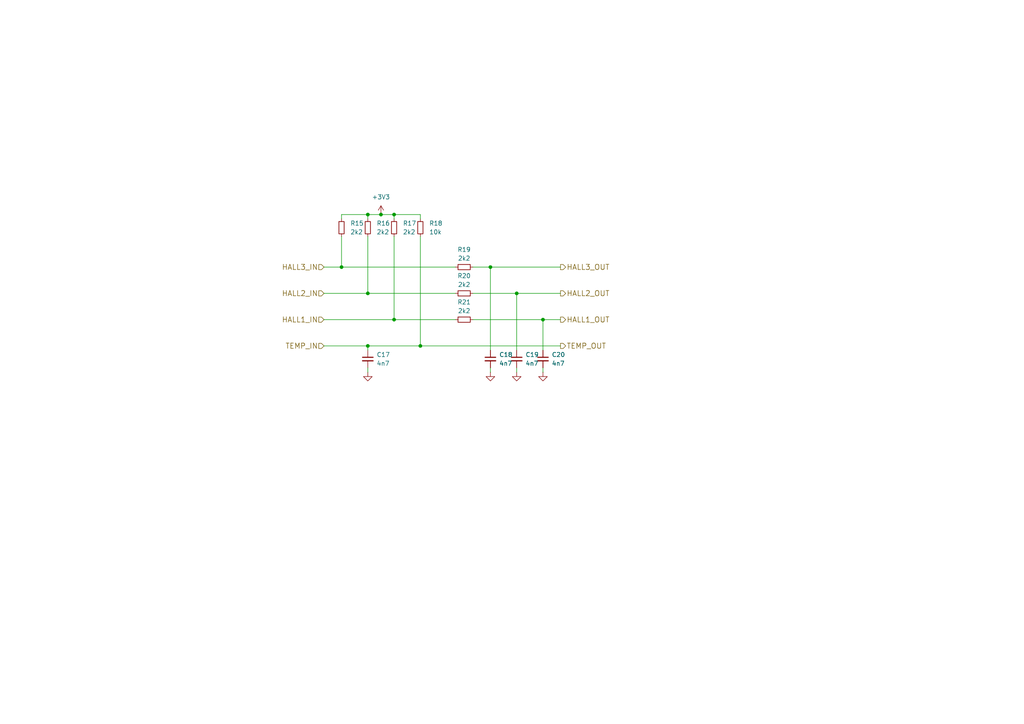
<source format=kicad_sch>
(kicad_sch (version 20231120) (generator "eeschema") (generator_version "8.0")
  (paper "A4")
  (lib_symbols
    (symbol "Device:C_Small" (pin_numbers hide) (pin_names (offset 0.254) hide)
      (property "Reference" "C" (at 0.254 1.778 0))
      (property "Value" "C_Small" (at 0.254 -2.032 0))
      (symbol "C_Small_0_1"
        (polyline (pts (xy -1.524 -0.508) (xy 1.524 -0.508)) (stroke (width 0.3302)))
        (polyline (pts (xy -1.524 0.508) (xy 1.524 0.508)) (stroke (width 0.3048)))
      )
      (symbol "C_Small_1_1"
        (pin passive line (at 0 2.54 270) (length 2.032) (name "~") (number "1"))
        (pin passive line (at 0 -2.54 90) (length 2.032) (name "~") (number "2"))
      )
    )
    (symbol "Device:R_Small" (pin_numbers hide) (pin_names (offset 0.254) hide)
      (property "Reference" "R" (at 0.762 0.508 0))
      (property "Value" "R_Small" (at 0.762 -1.016 0))
      (symbol "R_Small_0_1"
        (rectangle (start -0.762 1.778) (end 0.762 -1.778) (stroke (width 0.2032)))
      )
      (symbol "R_Small_1_1"
        (pin passive line (at 0 2.54 270) (length 0.762) (name "~") (number "1"))
        (pin passive line (at 0 -2.54 90) (length 0.762) (name "~") (number "2"))
      )
    )
    (symbol "power:+3V3" (power) (pin_numbers hide) (pin_names (offset 0) hide)
      (property "Value" "+3V3" (at 0 3.556 0))
      (symbol "+3V3_0_1"
        (polyline (pts (xy -0.762 1.27) (xy 0 2.54)))
        (polyline (pts (xy 0 0) (xy 0 2.54)))
        (polyline (pts (xy 0 2.54) (xy 0.762 1.27)))
      )
      (symbol "+3V3_1_1"
        (pin power_in line (at 0 0 90) (length 0) (name "~") (number "1"))
      )
    )
    (symbol "power:GND" (power) (pin_numbers hide) (pin_names (offset 0) hide)
      (property "Value" "GND" (at 0 -3.81 0))
      (symbol "GND_0_1"
        (polyline (pts (xy 0 0) (xy 0 -1.27) (xy 1.27 -1.27) (xy 0 -2.54) (xy -1.27 -1.27) (xy 0 -1.27)))
      )
      (symbol "GND_1_1"
        (pin power_in line (at 0 0 270) (length 0) (name "~") (number "1"))
      )
    )
  )
  (junction (at 149.86 85.09))
  (junction (at 114.3 62.23))
  (junction (at 110.49 62.23))
  (junction (at 106.68 85.09))
  (junction (at 106.68 62.23))
  (junction (at 121.92 100.33))
  (junction (at 99.06 77.47))
  (junction (at 157.48 92.71))
  (junction (at 114.3 92.71))
  (junction (at 142.24 77.47))
  (junction (at 106.68 100.33))
  (wire (pts (xy 110.49 62.23) (xy 114.3 62.23)))
  (wire (pts (xy 114.3 62.23) (xy 114.3 63.5)))
  (wire (pts (xy 106.68 100.33) (xy 121.92 100.33)))
  (wire (pts (xy 149.86 107.95) (xy 149.86 106.68)))
  (wire (pts (xy 162.56 77.47) (xy 142.24 77.47)))
  (wire (pts (xy 142.24 77.47) (xy 142.24 101.6)))
  (wire (pts (xy 106.68 62.23) (xy 106.68 63.5)))
  (wire (pts (xy 106.68 101.6) (xy 106.68 100.33)))
  (wire (pts (xy 114.3 68.58) (xy 114.3 92.71)))
  (wire (pts (xy 93.98 100.33) (xy 106.68 100.33)))
  (wire (pts (xy 114.3 92.71) (xy 132.08 92.71)))
  (wire (pts (xy 157.48 107.95) (xy 157.48 106.68)))
  (wire (pts (xy 149.86 101.6) (xy 149.86 85.09)))
  (wire (pts (xy 114.3 62.23) (xy 121.92 62.23)))
  (wire (pts (xy 106.68 85.09) (xy 132.08 85.09)))
  (wire (pts (xy 162.56 92.71) (xy 157.48 92.71)))
  (wire (pts (xy 142.24 77.47) (xy 137.16 77.47)))
  (wire (pts (xy 137.16 85.09) (xy 149.86 85.09)))
  (wire (pts (xy 99.06 68.58) (xy 99.06 77.47)))
  (wire (pts (xy 106.68 107.95) (xy 106.68 106.68)))
  (wire (pts (xy 99.06 77.47) (xy 132.08 77.47)))
  (wire (pts (xy 99.06 62.23) (xy 99.06 63.5)))
  (wire (pts (xy 142.24 107.95) (xy 142.24 106.68)))
  (wire (pts (xy 121.92 100.33) (xy 162.56 100.33)))
  (wire (pts (xy 121.92 68.58) (xy 121.92 100.33)))
  (wire (pts (xy 149.86 85.09) (xy 162.56 85.09)))
  (wire (pts (xy 157.48 92.71) (xy 137.16 92.71)))
  (wire (pts (xy 99.06 62.23) (xy 106.68 62.23)))
  (wire (pts (xy 157.48 92.71) (xy 157.48 101.6)))
  (wire (pts (xy 106.68 68.58) (xy 106.68 85.09)))
  (wire (pts (xy 106.68 62.23) (xy 110.49 62.23)))
  (wire (pts (xy 93.98 92.71) (xy 114.3 92.71)))
  (wire (pts (xy 121.92 62.23) (xy 121.92 63.5)))
  (wire (pts (xy 93.98 77.47) (xy 99.06 77.47)))
  (wire (pts (xy 93.98 85.09) (xy 106.68 85.09)))
  (hierarchical_label "HALL3_IN" (shape input) (at 93.98 77.47 180) (effects (font (size 1.524 1.524))))
  (hierarchical_label "TEMP_OUT" (shape output) (at 162.56 100.33 0) (effects (font (size 1.524 1.524))))
  (hierarchical_label "HALL3_OUT" (shape output) (at 162.56 77.47 0) (effects (font (size 1.524 1.524))))
  (hierarchical_label "HALL1_IN" (shape input) (at 93.98 92.71 180) (effects (font (size 1.524 1.524))))
  (hierarchical_label "HALL1_OUT" (shape output) (at 162.56 92.71 0) (effects (font (size 1.524 1.524))))
  (hierarchical_label "TEMP_IN" (shape input) (at 93.98 100.33 180) (effects (font (size 1.524 1.524))))
  (hierarchical_label "HALL2_IN" (shape input) (at 93.98 85.09 180) (effects (font (size 1.524 1.524))))
  (hierarchical_label "HALL2_OUT" (shape output) (at 162.56 85.09 0) (effects (font (size 1.524 1.524))))
  (symbol (lib_id "Device:C_Small") (at 157.48 104.14 0) (unit 1)
    (property "Reference" "C20" (at 160.02 102.8763 0) (effects (justify left)))
    (property "Value" "4n7" (at 160.02 105.4163 0) (effects (justify left)))
    (property "Footprint" "Capacitor_SMD:C_0603_1608Metric" (effects (hide yes)))
    (property "Description" "Unpolarized capacitor, small symbol" (effects (hide yes)))
  )
  (symbol (lib_id "Device:R_Small") (at 106.68 66.04 0) (unit 1)
    (property "Reference" "R16" (at 109.22 64.77 0) (effects (justify left)))
    (property "Value" "2k2" (at 109.22 67.31 0) (effects (justify left)))
    (property "Footprint" "Resistor_SMD:R_0603_1608Metric" (effects (hide yes)))
    (property "Description" "Resistor, small symbol" (effects (hide yes)))
  )
  (symbol (lib_id "Device:R_Small") (at 134.62 92.71 90) (unit 1)
    (property "Reference" "R21" (at 134.62 87.63 90))
    (property "Value" "2k2" (at 134.62 90.17 90))
    (property "Footprint" "Resistor_SMD:R_0603_1608Metric" (effects (hide yes)))
    (property "Description" "Resistor, small symbol" (effects (hide yes)))
  )
  (symbol (lib_id "Device:R_Small") (at 134.62 77.47 90) (unit 1)
    (property "Reference" "R19" (at 134.62 72.39 90))
    (property "Value" "2k2" (at 134.62 74.93 90))
    (property "Footprint" "Resistor_SMD:R_0603_1608Metric" (effects (hide yes)))
    (property "Description" "Resistor, small symbol" (effects (hide yes)))
  )
  (symbol (lib_id "Device:C_Small") (at 149.86 104.14 0) (unit 1)
    (property "Reference" "C19" (at 152.4 102.8763 0) (effects (justify left)))
    (property "Value" "4n7" (at 152.4 105.4163 0) (effects (justify left)))
    (property "Footprint" "Capacitor_SMD:C_0603_1608Metric" (effects (hide yes)))
    (property "Description" "Unpolarized capacitor, small symbol" (effects (hide yes)))
  )
  (symbol (lib_id "power:+3V3") (at 110.49 62.23 0) (unit 1)
    (property "Reference" "#PWR028" (effects (hide yes)))
    (property "Value" "+3V3" (at 110.49 57.15 0))
    (property "Description" "Power symbol creates a global label with name \"+3V3\"" (effects (hide yes)))
  )
  (symbol (lib_id "power:GND") (at 106.68 107.95 0) (unit 1)
    (property "Reference" "#PWR029" (effects (hide yes)))
    (property "Value" "GND" (effects (hide yes)))
    (property "Description" "Power symbol creates a global label with name \"GND\" , ground" (effects (hide yes)))
  )
  (symbol (lib_id "power:GND") (at 142.24 107.95 0) (unit 1)
    (property "Reference" "#PWR030" (effects (hide yes)))
    (property "Value" "GND" (effects (hide yes)))
    (property "Description" "Power symbol creates a global label with name \"GND\" , ground" (effects (hide yes)))
  )
  (symbol (lib_id "Device:R_Small") (at 114.3 66.04 0) (unit 1)
    (property "Reference" "R17" (at 116.84 64.77 0) (effects (justify left)))
    (property "Value" "2k2" (at 116.84 67.31 0) (effects (justify left)))
    (property "Footprint" "Resistor_SMD:R_0603_1608Metric" (effects (hide yes)))
    (property "Description" "Resistor, small symbol" (effects (hide yes)))
  )
  (symbol (lib_id "power:GND") (at 149.86 107.95 0) (unit 1)
    (property "Reference" "#PWR031" (effects (hide yes)))
    (property "Value" "GND" (effects (hide yes)))
    (property "Description" "Power symbol creates a global label with name \"GND\" , ground" (effects (hide yes)))
  )
  (symbol (lib_id "Device:C_Small") (at 142.24 104.14 0) (unit 1)
    (property "Reference" "C18" (at 144.78 102.8763 0) (effects (justify left)))
    (property "Value" "4n7" (at 144.78 105.4163 0) (effects (justify left)))
    (property "Footprint" "Capacitor_SMD:C_0603_1608Metric" (effects (hide yes)))
    (property "Description" "Unpolarized capacitor, small symbol" (effects (hide yes)))
  )
  (symbol (lib_id "power:GND") (at 157.48 107.95 0) (unit 1)
    (property "Reference" "#PWR032" (effects (hide yes)))
    (property "Value" "GND" (effects (hide yes)))
    (property "Description" "Power symbol creates a global label with name \"GND\" , ground" (effects (hide yes)))
  )
  (symbol (lib_id "Device:R_Small") (at 99.06 66.04 0) (unit 1)
    (property "Reference" "R15" (at 101.6 64.77 0) (effects (justify left)))
    (property "Value" "2k2" (at 101.6 67.31 0) (effects (justify left)))
    (property "Footprint" "Resistor_SMD:R_0603_1608Metric" (effects (hide yes)))
    (property "Description" "Resistor, small symbol" (effects (hide yes)))
  )
  (symbol (lib_id "Device:R_Small") (at 134.62 85.09 90) (unit 1)
    (property "Reference" "R20" (at 134.62 80.01 90))
    (property "Value" "2k2" (at 134.62 82.55 90))
    (property "Footprint" "Resistor_SMD:R_0603_1608Metric" (effects (hide yes)))
    (property "Description" "Resistor, small symbol" (effects (hide yes)))
  )
  (symbol (lib_id "Device:C_Small") (at 106.68 104.14 0) (unit 1)
    (property "Reference" "C17" (at 109.22 102.8763 0) (effects (justify left)))
    (property "Value" "4n7" (at 109.22 105.4163 0) (effects (justify left)))
    (property "Footprint" "Capacitor_SMD:C_0603_1608Metric" (effects (hide yes)))
    (property "Description" "Unpolarized capacitor, small symbol" (effects (hide yes)))
  )
  (symbol (lib_id "Device:R_Small") (at 121.92 66.04 0) (unit 1)
    (property "Reference" "R18" (at 124.46 64.77 0) (effects (justify left)))
    (property "Value" "10k" (at 124.46 67.31 0) (effects (justify left)))
    (property "Footprint" "Resistor_SMD:R_0603_1608Metric" (effects (hide yes)))
    (property "Description" "Resistor, small symbol" (effects (hide yes)))
  )
)
</source>
